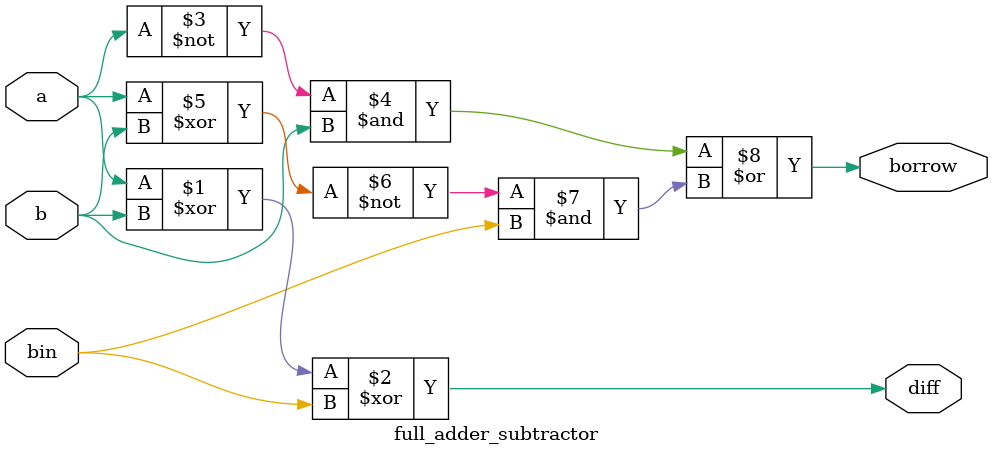
<source format=v>
module full_adder_subtractor (
    input  wire a, b, bin,       // Inputs
    output wire diff, borrow     // Outputs
);

    // Logic equations
    assign diff   = a ^ b ^ bin;                  // Difference
    assign borrow = (~a & b) | (~(a ^ b) & bin);  // Borrow logic

endmodule

</source>
